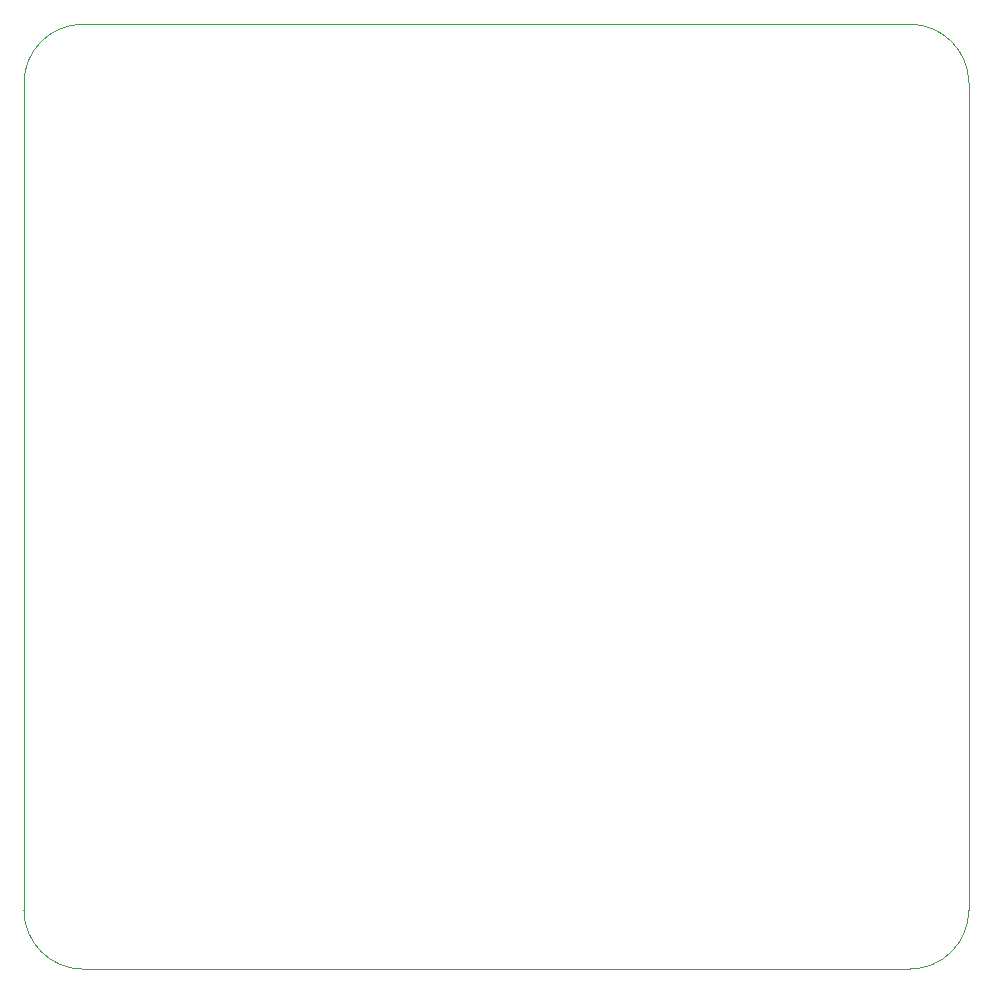
<source format=gbr>
%TF.GenerationSoftware,KiCad,Pcbnew,9.0.0*%
%TF.CreationDate,2025-06-11T08:44:37+09:00*%
%TF.ProjectId,FLP_PCB_terminal,464c505f-5043-4425-9f74-65726d696e61,rev?*%
%TF.SameCoordinates,Original*%
%TF.FileFunction,Profile,NP*%
%FSLAX46Y46*%
G04 Gerber Fmt 4.6, Leading zero omitted, Abs format (unit mm)*
G04 Created by KiCad (PCBNEW 9.0.0) date 2025-06-11 08:44:37*
%MOMM*%
%LPD*%
G01*
G04 APERTURE LIST*
%TA.AperFunction,Profile*%
%ADD10C,0.050000*%
%TD*%
G04 APERTURE END LIST*
D10*
X50000000Y-165000000D02*
G75*
G02*
X45000000Y-160000000I0J5000000D01*
G01*
X120000000Y-85000000D02*
G75*
G02*
X125000000Y-90000000I0J-5000000D01*
G01*
X45000000Y-90000000D02*
G75*
G02*
X50000000Y-85000000I5000000J0D01*
G01*
X125000000Y-90000000D02*
X125000000Y-160000000D01*
X125000000Y-160000000D02*
G75*
G02*
X120000000Y-165000000I-5000000J0D01*
G01*
X50000000Y-165000000D02*
X120000000Y-165000000D01*
X45000000Y-90000000D02*
X45000000Y-160000000D01*
X50000000Y-85000000D02*
X120000000Y-85000000D01*
M02*

</source>
